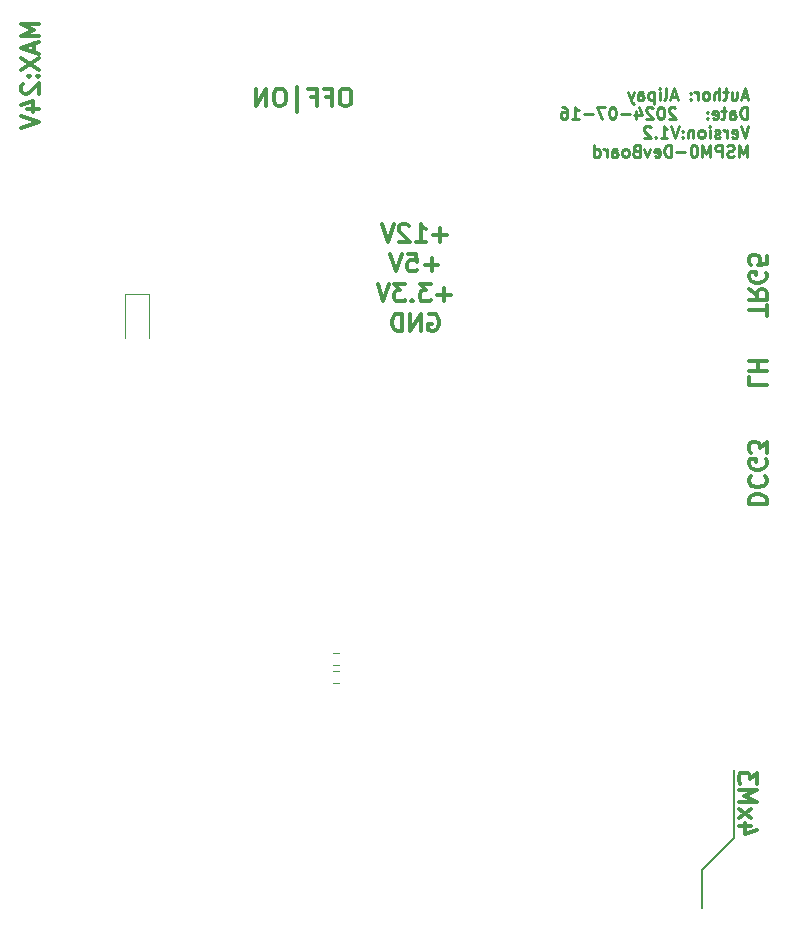
<source format=gbo>
%TF.GenerationSoftware,KiCad,Pcbnew,8.0.3*%
%TF.CreationDate,2024-07-16T23:41:29+08:00*%
%TF.ProjectId,mspm0,6d73706d-302e-46b6-9963-61645f706362,rev?*%
%TF.SameCoordinates,Original*%
%TF.FileFunction,Legend,Bot*%
%TF.FilePolarity,Positive*%
%FSLAX46Y46*%
G04 Gerber Fmt 4.6, Leading zero omitted, Abs format (unit mm)*
G04 Created by KiCad (PCBNEW 8.0.3) date 2024-07-16 23:41:29*
%MOMM*%
%LPD*%
G01*
G04 APERTURE LIST*
%ADD10C,0.150000*%
%ADD11C,0.300000*%
%ADD12C,0.250000*%
%ADD13C,0.120000*%
G04 APERTURE END LIST*
D10*
X177150000Y-103400000D02*
X179900000Y-100650000D01*
X177150000Y-106600000D02*
X177150000Y-103400000D01*
X179900000Y-100650000D02*
X179900000Y-94950000D01*
D11*
X181121671Y-72407142D02*
X182621671Y-72407142D01*
X182621671Y-72407142D02*
X182621671Y-72049999D01*
X182621671Y-72049999D02*
X182550242Y-71835713D01*
X182550242Y-71835713D02*
X182407385Y-71692856D01*
X182407385Y-71692856D02*
X182264528Y-71621427D01*
X182264528Y-71621427D02*
X181978814Y-71549999D01*
X181978814Y-71549999D02*
X181764528Y-71549999D01*
X181764528Y-71549999D02*
X181478814Y-71621427D01*
X181478814Y-71621427D02*
X181335957Y-71692856D01*
X181335957Y-71692856D02*
X181193100Y-71835713D01*
X181193100Y-71835713D02*
X181121671Y-72049999D01*
X181121671Y-72049999D02*
X181121671Y-72407142D01*
X181264528Y-70049999D02*
X181193100Y-70121427D01*
X181193100Y-70121427D02*
X181121671Y-70335713D01*
X181121671Y-70335713D02*
X181121671Y-70478570D01*
X181121671Y-70478570D02*
X181193100Y-70692856D01*
X181193100Y-70692856D02*
X181335957Y-70835713D01*
X181335957Y-70835713D02*
X181478814Y-70907142D01*
X181478814Y-70907142D02*
X181764528Y-70978570D01*
X181764528Y-70978570D02*
X181978814Y-70978570D01*
X181978814Y-70978570D02*
X182264528Y-70907142D01*
X182264528Y-70907142D02*
X182407385Y-70835713D01*
X182407385Y-70835713D02*
X182550242Y-70692856D01*
X182550242Y-70692856D02*
X182621671Y-70478570D01*
X182621671Y-70478570D02*
X182621671Y-70335713D01*
X182621671Y-70335713D02*
X182550242Y-70121427D01*
X182550242Y-70121427D02*
X182478814Y-70049999D01*
X182550242Y-68621427D02*
X182621671Y-68764285D01*
X182621671Y-68764285D02*
X182621671Y-68978570D01*
X182621671Y-68978570D02*
X182550242Y-69192856D01*
X182550242Y-69192856D02*
X182407385Y-69335713D01*
X182407385Y-69335713D02*
X182264528Y-69407142D01*
X182264528Y-69407142D02*
X181978814Y-69478570D01*
X181978814Y-69478570D02*
X181764528Y-69478570D01*
X181764528Y-69478570D02*
X181478814Y-69407142D01*
X181478814Y-69407142D02*
X181335957Y-69335713D01*
X181335957Y-69335713D02*
X181193100Y-69192856D01*
X181193100Y-69192856D02*
X181121671Y-68978570D01*
X181121671Y-68978570D02*
X181121671Y-68835713D01*
X181121671Y-68835713D02*
X181193100Y-68621427D01*
X181193100Y-68621427D02*
X181264528Y-68549999D01*
X181264528Y-68549999D02*
X181764528Y-68549999D01*
X181764528Y-68549999D02*
X181764528Y-68835713D01*
X182621671Y-68049999D02*
X182621671Y-67121427D01*
X182621671Y-67121427D02*
X182050242Y-67621427D01*
X182050242Y-67621427D02*
X182050242Y-67407142D01*
X182050242Y-67407142D02*
X181978814Y-67264285D01*
X181978814Y-67264285D02*
X181907385Y-67192856D01*
X181907385Y-67192856D02*
X181764528Y-67121427D01*
X181764528Y-67121427D02*
X181407385Y-67121427D01*
X181407385Y-67121427D02*
X181264528Y-67192856D01*
X181264528Y-67192856D02*
X181193100Y-67264285D01*
X181193100Y-67264285D02*
X181121671Y-67407142D01*
X181121671Y-67407142D02*
X181121671Y-67835713D01*
X181121671Y-67835713D02*
X181193100Y-67978570D01*
X181193100Y-67978570D02*
X181264528Y-68049999D01*
X154828571Y-52140233D02*
X153685714Y-52140233D01*
X154257142Y-52711661D02*
X154257142Y-51568804D01*
X152257142Y-51211661D02*
X152971428Y-51211661D01*
X152971428Y-51211661D02*
X153042856Y-51925947D01*
X153042856Y-51925947D02*
X152971428Y-51854518D01*
X152971428Y-51854518D02*
X152828571Y-51783090D01*
X152828571Y-51783090D02*
X152471428Y-51783090D01*
X152471428Y-51783090D02*
X152328571Y-51854518D01*
X152328571Y-51854518D02*
X152257142Y-51925947D01*
X152257142Y-51925947D02*
X152185713Y-52068804D01*
X152185713Y-52068804D02*
X152185713Y-52425947D01*
X152185713Y-52425947D02*
X152257142Y-52568804D01*
X152257142Y-52568804D02*
X152328571Y-52640233D01*
X152328571Y-52640233D02*
X152471428Y-52711661D01*
X152471428Y-52711661D02*
X152828571Y-52711661D01*
X152828571Y-52711661D02*
X152971428Y-52640233D01*
X152971428Y-52640233D02*
X153042856Y-52568804D01*
X151757142Y-51211661D02*
X151257142Y-52711661D01*
X151257142Y-52711661D02*
X150757142Y-51211661D01*
X154042856Y-56349756D02*
X154185714Y-56278327D01*
X154185714Y-56278327D02*
X154399999Y-56278327D01*
X154399999Y-56278327D02*
X154614285Y-56349756D01*
X154614285Y-56349756D02*
X154757142Y-56492613D01*
X154757142Y-56492613D02*
X154828571Y-56635470D01*
X154828571Y-56635470D02*
X154899999Y-56921184D01*
X154899999Y-56921184D02*
X154899999Y-57135470D01*
X154899999Y-57135470D02*
X154828571Y-57421184D01*
X154828571Y-57421184D02*
X154757142Y-57564041D01*
X154757142Y-57564041D02*
X154614285Y-57706899D01*
X154614285Y-57706899D02*
X154399999Y-57778327D01*
X154399999Y-57778327D02*
X154257142Y-57778327D01*
X154257142Y-57778327D02*
X154042856Y-57706899D01*
X154042856Y-57706899D02*
X153971428Y-57635470D01*
X153971428Y-57635470D02*
X153971428Y-57135470D01*
X153971428Y-57135470D02*
X154257142Y-57135470D01*
X153328571Y-57778327D02*
X153328571Y-56278327D01*
X153328571Y-56278327D02*
X152471428Y-57778327D01*
X152471428Y-57778327D02*
X152471428Y-56278327D01*
X151757142Y-57778327D02*
X151757142Y-56278327D01*
X151757142Y-56278327D02*
X151399999Y-56278327D01*
X151399999Y-56278327D02*
X151185713Y-56349756D01*
X151185713Y-56349756D02*
X151042856Y-56492613D01*
X151042856Y-56492613D02*
X150971427Y-56635470D01*
X150971427Y-56635470D02*
X150899999Y-56921184D01*
X150899999Y-56921184D02*
X150899999Y-57135470D01*
X150899999Y-57135470D02*
X150971427Y-57421184D01*
X150971427Y-57421184D02*
X151042856Y-57564041D01*
X151042856Y-57564041D02*
X151185713Y-57706899D01*
X151185713Y-57706899D02*
X151399999Y-57778327D01*
X151399999Y-57778327D02*
X151757142Y-57778327D01*
X155899999Y-54673566D02*
X154757142Y-54673566D01*
X155328570Y-55244994D02*
X155328570Y-54102137D01*
X154185713Y-53744994D02*
X153257141Y-53744994D01*
X153257141Y-53744994D02*
X153757141Y-54316423D01*
X153757141Y-54316423D02*
X153542856Y-54316423D01*
X153542856Y-54316423D02*
X153399999Y-54387851D01*
X153399999Y-54387851D02*
X153328570Y-54459280D01*
X153328570Y-54459280D02*
X153257141Y-54602137D01*
X153257141Y-54602137D02*
X153257141Y-54959280D01*
X153257141Y-54959280D02*
X153328570Y-55102137D01*
X153328570Y-55102137D02*
X153399999Y-55173566D01*
X153399999Y-55173566D02*
X153542856Y-55244994D01*
X153542856Y-55244994D02*
X153971427Y-55244994D01*
X153971427Y-55244994D02*
X154114284Y-55173566D01*
X154114284Y-55173566D02*
X154185713Y-55102137D01*
X152614285Y-55102137D02*
X152542856Y-55173566D01*
X152542856Y-55173566D02*
X152614285Y-55244994D01*
X152614285Y-55244994D02*
X152685713Y-55173566D01*
X152685713Y-55173566D02*
X152614285Y-55102137D01*
X152614285Y-55102137D02*
X152614285Y-55244994D01*
X152042856Y-53744994D02*
X151114284Y-53744994D01*
X151114284Y-53744994D02*
X151614284Y-54316423D01*
X151614284Y-54316423D02*
X151399999Y-54316423D01*
X151399999Y-54316423D02*
X151257142Y-54387851D01*
X151257142Y-54387851D02*
X151185713Y-54459280D01*
X151185713Y-54459280D02*
X151114284Y-54602137D01*
X151114284Y-54602137D02*
X151114284Y-54959280D01*
X151114284Y-54959280D02*
X151185713Y-55102137D01*
X151185713Y-55102137D02*
X151257142Y-55173566D01*
X151257142Y-55173566D02*
X151399999Y-55244994D01*
X151399999Y-55244994D02*
X151828570Y-55244994D01*
X151828570Y-55244994D02*
X151971427Y-55173566D01*
X151971427Y-55173566D02*
X152042856Y-55102137D01*
X150685713Y-53744994D02*
X150185713Y-55244994D01*
X150185713Y-55244994D02*
X149685713Y-53744994D01*
X181271671Y-99642857D02*
X180271671Y-99642857D01*
X181843100Y-99999999D02*
X180771671Y-100357142D01*
X180771671Y-100357142D02*
X180771671Y-99428571D01*
X180271671Y-99000000D02*
X181271671Y-98214286D01*
X181271671Y-99000000D02*
X180271671Y-98214286D01*
X180271671Y-97642857D02*
X181771671Y-97642857D01*
X181771671Y-97642857D02*
X180700242Y-97142857D01*
X180700242Y-97142857D02*
X181771671Y-96642857D01*
X181771671Y-96642857D02*
X180271671Y-96642857D01*
X181771671Y-96071428D02*
X181771671Y-95142856D01*
X181771671Y-95142856D02*
X181200242Y-95642856D01*
X181200242Y-95642856D02*
X181200242Y-95428571D01*
X181200242Y-95428571D02*
X181128814Y-95285714D01*
X181128814Y-95285714D02*
X181057385Y-95214285D01*
X181057385Y-95214285D02*
X180914528Y-95142856D01*
X180914528Y-95142856D02*
X180557385Y-95142856D01*
X180557385Y-95142856D02*
X180414528Y-95214285D01*
X180414528Y-95214285D02*
X180343100Y-95285714D01*
X180343100Y-95285714D02*
X180271671Y-95428571D01*
X180271671Y-95428571D02*
X180271671Y-95857142D01*
X180271671Y-95857142D02*
X180343100Y-95999999D01*
X180343100Y-95999999D02*
X180414528Y-96071428D01*
X147114285Y-37228328D02*
X146828571Y-37228328D01*
X146828571Y-37228328D02*
X146685714Y-37299757D01*
X146685714Y-37299757D02*
X146542857Y-37442614D01*
X146542857Y-37442614D02*
X146471428Y-37728328D01*
X146471428Y-37728328D02*
X146471428Y-38228328D01*
X146471428Y-38228328D02*
X146542857Y-38514042D01*
X146542857Y-38514042D02*
X146685714Y-38656900D01*
X146685714Y-38656900D02*
X146828571Y-38728328D01*
X146828571Y-38728328D02*
X147114285Y-38728328D01*
X147114285Y-38728328D02*
X147257143Y-38656900D01*
X147257143Y-38656900D02*
X147400000Y-38514042D01*
X147400000Y-38514042D02*
X147471428Y-38228328D01*
X147471428Y-38228328D02*
X147471428Y-37728328D01*
X147471428Y-37728328D02*
X147400000Y-37442614D01*
X147400000Y-37442614D02*
X147257143Y-37299757D01*
X147257143Y-37299757D02*
X147114285Y-37228328D01*
X145328571Y-37942614D02*
X145828571Y-37942614D01*
X145828571Y-38728328D02*
X145828571Y-37228328D01*
X145828571Y-37228328D02*
X145114285Y-37228328D01*
X144042857Y-37942614D02*
X144542857Y-37942614D01*
X144542857Y-38728328D02*
X144542857Y-37228328D01*
X144542857Y-37228328D02*
X143828571Y-37228328D01*
X142900000Y-39228328D02*
X142900000Y-37085471D01*
X141542857Y-37228328D02*
X141257143Y-37228328D01*
X141257143Y-37228328D02*
X141114286Y-37299757D01*
X141114286Y-37299757D02*
X140971429Y-37442614D01*
X140971429Y-37442614D02*
X140900000Y-37728328D01*
X140900000Y-37728328D02*
X140900000Y-38228328D01*
X140900000Y-38228328D02*
X140971429Y-38514042D01*
X140971429Y-38514042D02*
X141114286Y-38656900D01*
X141114286Y-38656900D02*
X141257143Y-38728328D01*
X141257143Y-38728328D02*
X141542857Y-38728328D01*
X141542857Y-38728328D02*
X141685715Y-38656900D01*
X141685715Y-38656900D02*
X141828572Y-38514042D01*
X141828572Y-38514042D02*
X141900000Y-38228328D01*
X141900000Y-38228328D02*
X141900000Y-37728328D01*
X141900000Y-37728328D02*
X141828572Y-37442614D01*
X141828572Y-37442614D02*
X141685715Y-37299757D01*
X141685715Y-37299757D02*
X141542857Y-37228328D01*
X140257143Y-38728328D02*
X140257143Y-37228328D01*
X140257143Y-37228328D02*
X139400000Y-38728328D01*
X139400000Y-38728328D02*
X139400000Y-37228328D01*
X155542856Y-49606900D02*
X154399999Y-49606900D01*
X154971427Y-50178328D02*
X154971427Y-49035471D01*
X152899998Y-50178328D02*
X153757141Y-50178328D01*
X153328570Y-50178328D02*
X153328570Y-48678328D01*
X153328570Y-48678328D02*
X153471427Y-48892614D01*
X153471427Y-48892614D02*
X153614284Y-49035471D01*
X153614284Y-49035471D02*
X153757141Y-49106900D01*
X152328570Y-48821185D02*
X152257142Y-48749757D01*
X152257142Y-48749757D02*
X152114285Y-48678328D01*
X152114285Y-48678328D02*
X151757142Y-48678328D01*
X151757142Y-48678328D02*
X151614285Y-48749757D01*
X151614285Y-48749757D02*
X151542856Y-48821185D01*
X151542856Y-48821185D02*
X151471427Y-48964042D01*
X151471427Y-48964042D02*
X151471427Y-49106900D01*
X151471427Y-49106900D02*
X151542856Y-49321185D01*
X151542856Y-49321185D02*
X152399999Y-50178328D01*
X152399999Y-50178328D02*
X151471427Y-50178328D01*
X151042856Y-48678328D02*
X150542856Y-50178328D01*
X150542856Y-50178328D02*
X150042856Y-48678328D01*
D12*
X180995050Y-37898988D02*
X180518860Y-37898988D01*
X181090288Y-38184703D02*
X180756955Y-37184703D01*
X180756955Y-37184703D02*
X180423622Y-38184703D01*
X179661717Y-37518036D02*
X179661717Y-38184703D01*
X180090288Y-37518036D02*
X180090288Y-38041845D01*
X180090288Y-38041845D02*
X180042669Y-38137084D01*
X180042669Y-38137084D02*
X179947431Y-38184703D01*
X179947431Y-38184703D02*
X179804574Y-38184703D01*
X179804574Y-38184703D02*
X179709336Y-38137084D01*
X179709336Y-38137084D02*
X179661717Y-38089464D01*
X179328383Y-37518036D02*
X178947431Y-37518036D01*
X179185526Y-37184703D02*
X179185526Y-38041845D01*
X179185526Y-38041845D02*
X179137907Y-38137084D01*
X179137907Y-38137084D02*
X179042669Y-38184703D01*
X179042669Y-38184703D02*
X178947431Y-38184703D01*
X178614097Y-38184703D02*
X178614097Y-37184703D01*
X178185526Y-38184703D02*
X178185526Y-37660893D01*
X178185526Y-37660893D02*
X178233145Y-37565655D01*
X178233145Y-37565655D02*
X178328383Y-37518036D01*
X178328383Y-37518036D02*
X178471240Y-37518036D01*
X178471240Y-37518036D02*
X178566478Y-37565655D01*
X178566478Y-37565655D02*
X178614097Y-37613274D01*
X177566478Y-38184703D02*
X177661716Y-38137084D01*
X177661716Y-38137084D02*
X177709335Y-38089464D01*
X177709335Y-38089464D02*
X177756954Y-37994226D01*
X177756954Y-37994226D02*
X177756954Y-37708512D01*
X177756954Y-37708512D02*
X177709335Y-37613274D01*
X177709335Y-37613274D02*
X177661716Y-37565655D01*
X177661716Y-37565655D02*
X177566478Y-37518036D01*
X177566478Y-37518036D02*
X177423621Y-37518036D01*
X177423621Y-37518036D02*
X177328383Y-37565655D01*
X177328383Y-37565655D02*
X177280764Y-37613274D01*
X177280764Y-37613274D02*
X177233145Y-37708512D01*
X177233145Y-37708512D02*
X177233145Y-37994226D01*
X177233145Y-37994226D02*
X177280764Y-38089464D01*
X177280764Y-38089464D02*
X177328383Y-38137084D01*
X177328383Y-38137084D02*
X177423621Y-38184703D01*
X177423621Y-38184703D02*
X177566478Y-38184703D01*
X176804573Y-38184703D02*
X176804573Y-37518036D01*
X176804573Y-37708512D02*
X176756954Y-37613274D01*
X176756954Y-37613274D02*
X176709335Y-37565655D01*
X176709335Y-37565655D02*
X176614097Y-37518036D01*
X176614097Y-37518036D02*
X176518859Y-37518036D01*
X176185525Y-38089464D02*
X176137906Y-38137084D01*
X176137906Y-38137084D02*
X176185525Y-38184703D01*
X176185525Y-38184703D02*
X176233144Y-38137084D01*
X176233144Y-38137084D02*
X176185525Y-38089464D01*
X176185525Y-38089464D02*
X176185525Y-38184703D01*
X176185525Y-37565655D02*
X176137906Y-37613274D01*
X176137906Y-37613274D02*
X176185525Y-37660893D01*
X176185525Y-37660893D02*
X176233144Y-37613274D01*
X176233144Y-37613274D02*
X176185525Y-37565655D01*
X176185525Y-37565655D02*
X176185525Y-37660893D01*
X174995049Y-37898988D02*
X174518859Y-37898988D01*
X175090287Y-38184703D02*
X174756954Y-37184703D01*
X174756954Y-37184703D02*
X174423621Y-38184703D01*
X173947430Y-38184703D02*
X174042668Y-38137084D01*
X174042668Y-38137084D02*
X174090287Y-38041845D01*
X174090287Y-38041845D02*
X174090287Y-37184703D01*
X173566477Y-38184703D02*
X173566477Y-37518036D01*
X173566477Y-37184703D02*
X173614096Y-37232322D01*
X173614096Y-37232322D02*
X173566477Y-37279941D01*
X173566477Y-37279941D02*
X173518858Y-37232322D01*
X173518858Y-37232322D02*
X173566477Y-37184703D01*
X173566477Y-37184703D02*
X173566477Y-37279941D01*
X173090287Y-37518036D02*
X173090287Y-38518036D01*
X173090287Y-37565655D02*
X172995049Y-37518036D01*
X172995049Y-37518036D02*
X172804573Y-37518036D01*
X172804573Y-37518036D02*
X172709335Y-37565655D01*
X172709335Y-37565655D02*
X172661716Y-37613274D01*
X172661716Y-37613274D02*
X172614097Y-37708512D01*
X172614097Y-37708512D02*
X172614097Y-37994226D01*
X172614097Y-37994226D02*
X172661716Y-38089464D01*
X172661716Y-38089464D02*
X172709335Y-38137084D01*
X172709335Y-38137084D02*
X172804573Y-38184703D01*
X172804573Y-38184703D02*
X172995049Y-38184703D01*
X172995049Y-38184703D02*
X173090287Y-38137084D01*
X171756954Y-38184703D02*
X171756954Y-37660893D01*
X171756954Y-37660893D02*
X171804573Y-37565655D01*
X171804573Y-37565655D02*
X171899811Y-37518036D01*
X171899811Y-37518036D02*
X172090287Y-37518036D01*
X172090287Y-37518036D02*
X172185525Y-37565655D01*
X171756954Y-38137084D02*
X171852192Y-38184703D01*
X171852192Y-38184703D02*
X172090287Y-38184703D01*
X172090287Y-38184703D02*
X172185525Y-38137084D01*
X172185525Y-38137084D02*
X172233144Y-38041845D01*
X172233144Y-38041845D02*
X172233144Y-37946607D01*
X172233144Y-37946607D02*
X172185525Y-37851369D01*
X172185525Y-37851369D02*
X172090287Y-37803750D01*
X172090287Y-37803750D02*
X171852192Y-37803750D01*
X171852192Y-37803750D02*
X171756954Y-37756131D01*
X171376001Y-37518036D02*
X171137906Y-38184703D01*
X170899811Y-37518036D02*
X171137906Y-38184703D01*
X171137906Y-38184703D02*
X171233144Y-38422798D01*
X171233144Y-38422798D02*
X171280763Y-38470417D01*
X171280763Y-38470417D02*
X171376001Y-38518036D01*
X180947431Y-39794647D02*
X180947431Y-38794647D01*
X180947431Y-38794647D02*
X180709336Y-38794647D01*
X180709336Y-38794647D02*
X180566479Y-38842266D01*
X180566479Y-38842266D02*
X180471241Y-38937504D01*
X180471241Y-38937504D02*
X180423622Y-39032742D01*
X180423622Y-39032742D02*
X180376003Y-39223218D01*
X180376003Y-39223218D02*
X180376003Y-39366075D01*
X180376003Y-39366075D02*
X180423622Y-39556551D01*
X180423622Y-39556551D02*
X180471241Y-39651789D01*
X180471241Y-39651789D02*
X180566479Y-39747028D01*
X180566479Y-39747028D02*
X180709336Y-39794647D01*
X180709336Y-39794647D02*
X180947431Y-39794647D01*
X179518860Y-39794647D02*
X179518860Y-39270837D01*
X179518860Y-39270837D02*
X179566479Y-39175599D01*
X179566479Y-39175599D02*
X179661717Y-39127980D01*
X179661717Y-39127980D02*
X179852193Y-39127980D01*
X179852193Y-39127980D02*
X179947431Y-39175599D01*
X179518860Y-39747028D02*
X179614098Y-39794647D01*
X179614098Y-39794647D02*
X179852193Y-39794647D01*
X179852193Y-39794647D02*
X179947431Y-39747028D01*
X179947431Y-39747028D02*
X179995050Y-39651789D01*
X179995050Y-39651789D02*
X179995050Y-39556551D01*
X179995050Y-39556551D02*
X179947431Y-39461313D01*
X179947431Y-39461313D02*
X179852193Y-39413694D01*
X179852193Y-39413694D02*
X179614098Y-39413694D01*
X179614098Y-39413694D02*
X179518860Y-39366075D01*
X179185526Y-39127980D02*
X178804574Y-39127980D01*
X179042669Y-38794647D02*
X179042669Y-39651789D01*
X179042669Y-39651789D02*
X178995050Y-39747028D01*
X178995050Y-39747028D02*
X178899812Y-39794647D01*
X178899812Y-39794647D02*
X178804574Y-39794647D01*
X178090288Y-39747028D02*
X178185526Y-39794647D01*
X178185526Y-39794647D02*
X178376002Y-39794647D01*
X178376002Y-39794647D02*
X178471240Y-39747028D01*
X178471240Y-39747028D02*
X178518859Y-39651789D01*
X178518859Y-39651789D02*
X178518859Y-39270837D01*
X178518859Y-39270837D02*
X178471240Y-39175599D01*
X178471240Y-39175599D02*
X178376002Y-39127980D01*
X178376002Y-39127980D02*
X178185526Y-39127980D01*
X178185526Y-39127980D02*
X178090288Y-39175599D01*
X178090288Y-39175599D02*
X178042669Y-39270837D01*
X178042669Y-39270837D02*
X178042669Y-39366075D01*
X178042669Y-39366075D02*
X178518859Y-39461313D01*
X177614097Y-39699408D02*
X177566478Y-39747028D01*
X177566478Y-39747028D02*
X177614097Y-39794647D01*
X177614097Y-39794647D02*
X177661716Y-39747028D01*
X177661716Y-39747028D02*
X177614097Y-39699408D01*
X177614097Y-39699408D02*
X177614097Y-39794647D01*
X177614097Y-39175599D02*
X177566478Y-39223218D01*
X177566478Y-39223218D02*
X177614097Y-39270837D01*
X177614097Y-39270837D02*
X177661716Y-39223218D01*
X177661716Y-39223218D02*
X177614097Y-39175599D01*
X177614097Y-39175599D02*
X177614097Y-39270837D01*
X174899811Y-38889885D02*
X174852192Y-38842266D01*
X174852192Y-38842266D02*
X174756954Y-38794647D01*
X174756954Y-38794647D02*
X174518859Y-38794647D01*
X174518859Y-38794647D02*
X174423621Y-38842266D01*
X174423621Y-38842266D02*
X174376002Y-38889885D01*
X174376002Y-38889885D02*
X174328383Y-38985123D01*
X174328383Y-38985123D02*
X174328383Y-39080361D01*
X174328383Y-39080361D02*
X174376002Y-39223218D01*
X174376002Y-39223218D02*
X174947430Y-39794647D01*
X174947430Y-39794647D02*
X174328383Y-39794647D01*
X173709335Y-38794647D02*
X173614097Y-38794647D01*
X173614097Y-38794647D02*
X173518859Y-38842266D01*
X173518859Y-38842266D02*
X173471240Y-38889885D01*
X173471240Y-38889885D02*
X173423621Y-38985123D01*
X173423621Y-38985123D02*
X173376002Y-39175599D01*
X173376002Y-39175599D02*
X173376002Y-39413694D01*
X173376002Y-39413694D02*
X173423621Y-39604170D01*
X173423621Y-39604170D02*
X173471240Y-39699408D01*
X173471240Y-39699408D02*
X173518859Y-39747028D01*
X173518859Y-39747028D02*
X173614097Y-39794647D01*
X173614097Y-39794647D02*
X173709335Y-39794647D01*
X173709335Y-39794647D02*
X173804573Y-39747028D01*
X173804573Y-39747028D02*
X173852192Y-39699408D01*
X173852192Y-39699408D02*
X173899811Y-39604170D01*
X173899811Y-39604170D02*
X173947430Y-39413694D01*
X173947430Y-39413694D02*
X173947430Y-39175599D01*
X173947430Y-39175599D02*
X173899811Y-38985123D01*
X173899811Y-38985123D02*
X173852192Y-38889885D01*
X173852192Y-38889885D02*
X173804573Y-38842266D01*
X173804573Y-38842266D02*
X173709335Y-38794647D01*
X172995049Y-38889885D02*
X172947430Y-38842266D01*
X172947430Y-38842266D02*
X172852192Y-38794647D01*
X172852192Y-38794647D02*
X172614097Y-38794647D01*
X172614097Y-38794647D02*
X172518859Y-38842266D01*
X172518859Y-38842266D02*
X172471240Y-38889885D01*
X172471240Y-38889885D02*
X172423621Y-38985123D01*
X172423621Y-38985123D02*
X172423621Y-39080361D01*
X172423621Y-39080361D02*
X172471240Y-39223218D01*
X172471240Y-39223218D02*
X173042668Y-39794647D01*
X173042668Y-39794647D02*
X172423621Y-39794647D01*
X171566478Y-39127980D02*
X171566478Y-39794647D01*
X171804573Y-38747028D02*
X172042668Y-39461313D01*
X172042668Y-39461313D02*
X171423621Y-39461313D01*
X171042668Y-39413694D02*
X170280764Y-39413694D01*
X169614097Y-38794647D02*
X169518859Y-38794647D01*
X169518859Y-38794647D02*
X169423621Y-38842266D01*
X169423621Y-38842266D02*
X169376002Y-38889885D01*
X169376002Y-38889885D02*
X169328383Y-38985123D01*
X169328383Y-38985123D02*
X169280764Y-39175599D01*
X169280764Y-39175599D02*
X169280764Y-39413694D01*
X169280764Y-39413694D02*
X169328383Y-39604170D01*
X169328383Y-39604170D02*
X169376002Y-39699408D01*
X169376002Y-39699408D02*
X169423621Y-39747028D01*
X169423621Y-39747028D02*
X169518859Y-39794647D01*
X169518859Y-39794647D02*
X169614097Y-39794647D01*
X169614097Y-39794647D02*
X169709335Y-39747028D01*
X169709335Y-39747028D02*
X169756954Y-39699408D01*
X169756954Y-39699408D02*
X169804573Y-39604170D01*
X169804573Y-39604170D02*
X169852192Y-39413694D01*
X169852192Y-39413694D02*
X169852192Y-39175599D01*
X169852192Y-39175599D02*
X169804573Y-38985123D01*
X169804573Y-38985123D02*
X169756954Y-38889885D01*
X169756954Y-38889885D02*
X169709335Y-38842266D01*
X169709335Y-38842266D02*
X169614097Y-38794647D01*
X168947430Y-38794647D02*
X168280764Y-38794647D01*
X168280764Y-38794647D02*
X168709335Y-39794647D01*
X167899811Y-39413694D02*
X167137907Y-39413694D01*
X166137907Y-39794647D02*
X166709335Y-39794647D01*
X166423621Y-39794647D02*
X166423621Y-38794647D01*
X166423621Y-38794647D02*
X166518859Y-38937504D01*
X166518859Y-38937504D02*
X166614097Y-39032742D01*
X166614097Y-39032742D02*
X166709335Y-39080361D01*
X165280764Y-38794647D02*
X165471240Y-38794647D01*
X165471240Y-38794647D02*
X165566478Y-38842266D01*
X165566478Y-38842266D02*
X165614097Y-38889885D01*
X165614097Y-38889885D02*
X165709335Y-39032742D01*
X165709335Y-39032742D02*
X165756954Y-39223218D01*
X165756954Y-39223218D02*
X165756954Y-39604170D01*
X165756954Y-39604170D02*
X165709335Y-39699408D01*
X165709335Y-39699408D02*
X165661716Y-39747028D01*
X165661716Y-39747028D02*
X165566478Y-39794647D01*
X165566478Y-39794647D02*
X165376002Y-39794647D01*
X165376002Y-39794647D02*
X165280764Y-39747028D01*
X165280764Y-39747028D02*
X165233145Y-39699408D01*
X165233145Y-39699408D02*
X165185526Y-39604170D01*
X165185526Y-39604170D02*
X165185526Y-39366075D01*
X165185526Y-39366075D02*
X165233145Y-39270837D01*
X165233145Y-39270837D02*
X165280764Y-39223218D01*
X165280764Y-39223218D02*
X165376002Y-39175599D01*
X165376002Y-39175599D02*
X165566478Y-39175599D01*
X165566478Y-39175599D02*
X165661716Y-39223218D01*
X165661716Y-39223218D02*
X165709335Y-39270837D01*
X165709335Y-39270837D02*
X165756954Y-39366075D01*
X181090288Y-40404591D02*
X180756955Y-41404591D01*
X180756955Y-41404591D02*
X180423622Y-40404591D01*
X179709336Y-41356972D02*
X179804574Y-41404591D01*
X179804574Y-41404591D02*
X179995050Y-41404591D01*
X179995050Y-41404591D02*
X180090288Y-41356972D01*
X180090288Y-41356972D02*
X180137907Y-41261733D01*
X180137907Y-41261733D02*
X180137907Y-40880781D01*
X180137907Y-40880781D02*
X180090288Y-40785543D01*
X180090288Y-40785543D02*
X179995050Y-40737924D01*
X179995050Y-40737924D02*
X179804574Y-40737924D01*
X179804574Y-40737924D02*
X179709336Y-40785543D01*
X179709336Y-40785543D02*
X179661717Y-40880781D01*
X179661717Y-40880781D02*
X179661717Y-40976019D01*
X179661717Y-40976019D02*
X180137907Y-41071257D01*
X179233145Y-41404591D02*
X179233145Y-40737924D01*
X179233145Y-40928400D02*
X179185526Y-40833162D01*
X179185526Y-40833162D02*
X179137907Y-40785543D01*
X179137907Y-40785543D02*
X179042669Y-40737924D01*
X179042669Y-40737924D02*
X178947431Y-40737924D01*
X178661716Y-41356972D02*
X178566478Y-41404591D01*
X178566478Y-41404591D02*
X178376002Y-41404591D01*
X178376002Y-41404591D02*
X178280764Y-41356972D01*
X178280764Y-41356972D02*
X178233145Y-41261733D01*
X178233145Y-41261733D02*
X178233145Y-41214114D01*
X178233145Y-41214114D02*
X178280764Y-41118876D01*
X178280764Y-41118876D02*
X178376002Y-41071257D01*
X178376002Y-41071257D02*
X178518859Y-41071257D01*
X178518859Y-41071257D02*
X178614097Y-41023638D01*
X178614097Y-41023638D02*
X178661716Y-40928400D01*
X178661716Y-40928400D02*
X178661716Y-40880781D01*
X178661716Y-40880781D02*
X178614097Y-40785543D01*
X178614097Y-40785543D02*
X178518859Y-40737924D01*
X178518859Y-40737924D02*
X178376002Y-40737924D01*
X178376002Y-40737924D02*
X178280764Y-40785543D01*
X177804573Y-41404591D02*
X177804573Y-40737924D01*
X177804573Y-40404591D02*
X177852192Y-40452210D01*
X177852192Y-40452210D02*
X177804573Y-40499829D01*
X177804573Y-40499829D02*
X177756954Y-40452210D01*
X177756954Y-40452210D02*
X177804573Y-40404591D01*
X177804573Y-40404591D02*
X177804573Y-40499829D01*
X177185526Y-41404591D02*
X177280764Y-41356972D01*
X177280764Y-41356972D02*
X177328383Y-41309352D01*
X177328383Y-41309352D02*
X177376002Y-41214114D01*
X177376002Y-41214114D02*
X177376002Y-40928400D01*
X177376002Y-40928400D02*
X177328383Y-40833162D01*
X177328383Y-40833162D02*
X177280764Y-40785543D01*
X177280764Y-40785543D02*
X177185526Y-40737924D01*
X177185526Y-40737924D02*
X177042669Y-40737924D01*
X177042669Y-40737924D02*
X176947431Y-40785543D01*
X176947431Y-40785543D02*
X176899812Y-40833162D01*
X176899812Y-40833162D02*
X176852193Y-40928400D01*
X176852193Y-40928400D02*
X176852193Y-41214114D01*
X176852193Y-41214114D02*
X176899812Y-41309352D01*
X176899812Y-41309352D02*
X176947431Y-41356972D01*
X176947431Y-41356972D02*
X177042669Y-41404591D01*
X177042669Y-41404591D02*
X177185526Y-41404591D01*
X176423621Y-40737924D02*
X176423621Y-41404591D01*
X176423621Y-40833162D02*
X176376002Y-40785543D01*
X176376002Y-40785543D02*
X176280764Y-40737924D01*
X176280764Y-40737924D02*
X176137907Y-40737924D01*
X176137907Y-40737924D02*
X176042669Y-40785543D01*
X176042669Y-40785543D02*
X175995050Y-40880781D01*
X175995050Y-40880781D02*
X175995050Y-41404591D01*
X175518859Y-41309352D02*
X175471240Y-41356972D01*
X175471240Y-41356972D02*
X175518859Y-41404591D01*
X175518859Y-41404591D02*
X175566478Y-41356972D01*
X175566478Y-41356972D02*
X175518859Y-41309352D01*
X175518859Y-41309352D02*
X175518859Y-41404591D01*
X175518859Y-40785543D02*
X175471240Y-40833162D01*
X175471240Y-40833162D02*
X175518859Y-40880781D01*
X175518859Y-40880781D02*
X175566478Y-40833162D01*
X175566478Y-40833162D02*
X175518859Y-40785543D01*
X175518859Y-40785543D02*
X175518859Y-40880781D01*
X175185526Y-40404591D02*
X174852193Y-41404591D01*
X174852193Y-41404591D02*
X174518860Y-40404591D01*
X173661717Y-41404591D02*
X174233145Y-41404591D01*
X173947431Y-41404591D02*
X173947431Y-40404591D01*
X173947431Y-40404591D02*
X174042669Y-40547448D01*
X174042669Y-40547448D02*
X174137907Y-40642686D01*
X174137907Y-40642686D02*
X174233145Y-40690305D01*
X173233145Y-41309352D02*
X173185526Y-41356972D01*
X173185526Y-41356972D02*
X173233145Y-41404591D01*
X173233145Y-41404591D02*
X173280764Y-41356972D01*
X173280764Y-41356972D02*
X173233145Y-41309352D01*
X173233145Y-41309352D02*
X173233145Y-41404591D01*
X172804574Y-40499829D02*
X172756955Y-40452210D01*
X172756955Y-40452210D02*
X172661717Y-40404591D01*
X172661717Y-40404591D02*
X172423622Y-40404591D01*
X172423622Y-40404591D02*
X172328384Y-40452210D01*
X172328384Y-40452210D02*
X172280765Y-40499829D01*
X172280765Y-40499829D02*
X172233146Y-40595067D01*
X172233146Y-40595067D02*
X172233146Y-40690305D01*
X172233146Y-40690305D02*
X172280765Y-40833162D01*
X172280765Y-40833162D02*
X172852193Y-41404591D01*
X172852193Y-41404591D02*
X172233146Y-41404591D01*
X180947431Y-43014535D02*
X180947431Y-42014535D01*
X180947431Y-42014535D02*
X180614098Y-42728820D01*
X180614098Y-42728820D02*
X180280765Y-42014535D01*
X180280765Y-42014535D02*
X180280765Y-43014535D01*
X179852193Y-42966916D02*
X179709336Y-43014535D01*
X179709336Y-43014535D02*
X179471241Y-43014535D01*
X179471241Y-43014535D02*
X179376003Y-42966916D01*
X179376003Y-42966916D02*
X179328384Y-42919296D01*
X179328384Y-42919296D02*
X179280765Y-42824058D01*
X179280765Y-42824058D02*
X179280765Y-42728820D01*
X179280765Y-42728820D02*
X179328384Y-42633582D01*
X179328384Y-42633582D02*
X179376003Y-42585963D01*
X179376003Y-42585963D02*
X179471241Y-42538344D01*
X179471241Y-42538344D02*
X179661717Y-42490725D01*
X179661717Y-42490725D02*
X179756955Y-42443106D01*
X179756955Y-42443106D02*
X179804574Y-42395487D01*
X179804574Y-42395487D02*
X179852193Y-42300249D01*
X179852193Y-42300249D02*
X179852193Y-42205011D01*
X179852193Y-42205011D02*
X179804574Y-42109773D01*
X179804574Y-42109773D02*
X179756955Y-42062154D01*
X179756955Y-42062154D02*
X179661717Y-42014535D01*
X179661717Y-42014535D02*
X179423622Y-42014535D01*
X179423622Y-42014535D02*
X179280765Y-42062154D01*
X178852193Y-43014535D02*
X178852193Y-42014535D01*
X178852193Y-42014535D02*
X178471241Y-42014535D01*
X178471241Y-42014535D02*
X178376003Y-42062154D01*
X178376003Y-42062154D02*
X178328384Y-42109773D01*
X178328384Y-42109773D02*
X178280765Y-42205011D01*
X178280765Y-42205011D02*
X178280765Y-42347868D01*
X178280765Y-42347868D02*
X178328384Y-42443106D01*
X178328384Y-42443106D02*
X178376003Y-42490725D01*
X178376003Y-42490725D02*
X178471241Y-42538344D01*
X178471241Y-42538344D02*
X178852193Y-42538344D01*
X177852193Y-43014535D02*
X177852193Y-42014535D01*
X177852193Y-42014535D02*
X177518860Y-42728820D01*
X177518860Y-42728820D02*
X177185527Y-42014535D01*
X177185527Y-42014535D02*
X177185527Y-43014535D01*
X176518860Y-42014535D02*
X176423622Y-42014535D01*
X176423622Y-42014535D02*
X176328384Y-42062154D01*
X176328384Y-42062154D02*
X176280765Y-42109773D01*
X176280765Y-42109773D02*
X176233146Y-42205011D01*
X176233146Y-42205011D02*
X176185527Y-42395487D01*
X176185527Y-42395487D02*
X176185527Y-42633582D01*
X176185527Y-42633582D02*
X176233146Y-42824058D01*
X176233146Y-42824058D02*
X176280765Y-42919296D01*
X176280765Y-42919296D02*
X176328384Y-42966916D01*
X176328384Y-42966916D02*
X176423622Y-43014535D01*
X176423622Y-43014535D02*
X176518860Y-43014535D01*
X176518860Y-43014535D02*
X176614098Y-42966916D01*
X176614098Y-42966916D02*
X176661717Y-42919296D01*
X176661717Y-42919296D02*
X176709336Y-42824058D01*
X176709336Y-42824058D02*
X176756955Y-42633582D01*
X176756955Y-42633582D02*
X176756955Y-42395487D01*
X176756955Y-42395487D02*
X176709336Y-42205011D01*
X176709336Y-42205011D02*
X176661717Y-42109773D01*
X176661717Y-42109773D02*
X176614098Y-42062154D01*
X176614098Y-42062154D02*
X176518860Y-42014535D01*
X175756955Y-42633582D02*
X174995051Y-42633582D01*
X174518860Y-43014535D02*
X174518860Y-42014535D01*
X174518860Y-42014535D02*
X174280765Y-42014535D01*
X174280765Y-42014535D02*
X174137908Y-42062154D01*
X174137908Y-42062154D02*
X174042670Y-42157392D01*
X174042670Y-42157392D02*
X173995051Y-42252630D01*
X173995051Y-42252630D02*
X173947432Y-42443106D01*
X173947432Y-42443106D02*
X173947432Y-42585963D01*
X173947432Y-42585963D02*
X173995051Y-42776439D01*
X173995051Y-42776439D02*
X174042670Y-42871677D01*
X174042670Y-42871677D02*
X174137908Y-42966916D01*
X174137908Y-42966916D02*
X174280765Y-43014535D01*
X174280765Y-43014535D02*
X174518860Y-43014535D01*
X173137908Y-42966916D02*
X173233146Y-43014535D01*
X173233146Y-43014535D02*
X173423622Y-43014535D01*
X173423622Y-43014535D02*
X173518860Y-42966916D01*
X173518860Y-42966916D02*
X173566479Y-42871677D01*
X173566479Y-42871677D02*
X173566479Y-42490725D01*
X173566479Y-42490725D02*
X173518860Y-42395487D01*
X173518860Y-42395487D02*
X173423622Y-42347868D01*
X173423622Y-42347868D02*
X173233146Y-42347868D01*
X173233146Y-42347868D02*
X173137908Y-42395487D01*
X173137908Y-42395487D02*
X173090289Y-42490725D01*
X173090289Y-42490725D02*
X173090289Y-42585963D01*
X173090289Y-42585963D02*
X173566479Y-42681201D01*
X172756955Y-42347868D02*
X172518860Y-43014535D01*
X172518860Y-43014535D02*
X172280765Y-42347868D01*
X171566479Y-42490725D02*
X171423622Y-42538344D01*
X171423622Y-42538344D02*
X171376003Y-42585963D01*
X171376003Y-42585963D02*
X171328384Y-42681201D01*
X171328384Y-42681201D02*
X171328384Y-42824058D01*
X171328384Y-42824058D02*
X171376003Y-42919296D01*
X171376003Y-42919296D02*
X171423622Y-42966916D01*
X171423622Y-42966916D02*
X171518860Y-43014535D01*
X171518860Y-43014535D02*
X171899812Y-43014535D01*
X171899812Y-43014535D02*
X171899812Y-42014535D01*
X171899812Y-42014535D02*
X171566479Y-42014535D01*
X171566479Y-42014535D02*
X171471241Y-42062154D01*
X171471241Y-42062154D02*
X171423622Y-42109773D01*
X171423622Y-42109773D02*
X171376003Y-42205011D01*
X171376003Y-42205011D02*
X171376003Y-42300249D01*
X171376003Y-42300249D02*
X171423622Y-42395487D01*
X171423622Y-42395487D02*
X171471241Y-42443106D01*
X171471241Y-42443106D02*
X171566479Y-42490725D01*
X171566479Y-42490725D02*
X171899812Y-42490725D01*
X170756955Y-43014535D02*
X170852193Y-42966916D01*
X170852193Y-42966916D02*
X170899812Y-42919296D01*
X170899812Y-42919296D02*
X170947431Y-42824058D01*
X170947431Y-42824058D02*
X170947431Y-42538344D01*
X170947431Y-42538344D02*
X170899812Y-42443106D01*
X170899812Y-42443106D02*
X170852193Y-42395487D01*
X170852193Y-42395487D02*
X170756955Y-42347868D01*
X170756955Y-42347868D02*
X170614098Y-42347868D01*
X170614098Y-42347868D02*
X170518860Y-42395487D01*
X170518860Y-42395487D02*
X170471241Y-42443106D01*
X170471241Y-42443106D02*
X170423622Y-42538344D01*
X170423622Y-42538344D02*
X170423622Y-42824058D01*
X170423622Y-42824058D02*
X170471241Y-42919296D01*
X170471241Y-42919296D02*
X170518860Y-42966916D01*
X170518860Y-42966916D02*
X170614098Y-43014535D01*
X170614098Y-43014535D02*
X170756955Y-43014535D01*
X169566479Y-43014535D02*
X169566479Y-42490725D01*
X169566479Y-42490725D02*
X169614098Y-42395487D01*
X169614098Y-42395487D02*
X169709336Y-42347868D01*
X169709336Y-42347868D02*
X169899812Y-42347868D01*
X169899812Y-42347868D02*
X169995050Y-42395487D01*
X169566479Y-42966916D02*
X169661717Y-43014535D01*
X169661717Y-43014535D02*
X169899812Y-43014535D01*
X169899812Y-43014535D02*
X169995050Y-42966916D01*
X169995050Y-42966916D02*
X170042669Y-42871677D01*
X170042669Y-42871677D02*
X170042669Y-42776439D01*
X170042669Y-42776439D02*
X169995050Y-42681201D01*
X169995050Y-42681201D02*
X169899812Y-42633582D01*
X169899812Y-42633582D02*
X169661717Y-42633582D01*
X169661717Y-42633582D02*
X169566479Y-42585963D01*
X169090288Y-43014535D02*
X169090288Y-42347868D01*
X169090288Y-42538344D02*
X169042669Y-42443106D01*
X169042669Y-42443106D02*
X168995050Y-42395487D01*
X168995050Y-42395487D02*
X168899812Y-42347868D01*
X168899812Y-42347868D02*
X168804574Y-42347868D01*
X168042669Y-43014535D02*
X168042669Y-42014535D01*
X168042669Y-42966916D02*
X168137907Y-43014535D01*
X168137907Y-43014535D02*
X168328383Y-43014535D01*
X168328383Y-43014535D02*
X168423621Y-42966916D01*
X168423621Y-42966916D02*
X168471240Y-42919296D01*
X168471240Y-42919296D02*
X168518859Y-42824058D01*
X168518859Y-42824058D02*
X168518859Y-42538344D01*
X168518859Y-42538344D02*
X168471240Y-42443106D01*
X168471240Y-42443106D02*
X168423621Y-42395487D01*
X168423621Y-42395487D02*
X168328383Y-42347868D01*
X168328383Y-42347868D02*
X168137907Y-42347868D01*
X168137907Y-42347868D02*
X168042669Y-42395487D01*
D11*
X181121671Y-61621428D02*
X181121671Y-62335714D01*
X181121671Y-62335714D02*
X182621671Y-62335714D01*
X181121671Y-61121428D02*
X182621671Y-61121428D01*
X181907385Y-61121428D02*
X181907385Y-60264285D01*
X181121671Y-60264285D02*
X182621671Y-60264285D01*
X121028328Y-31764286D02*
X119528328Y-31764286D01*
X119528328Y-31764286D02*
X120599757Y-32264286D01*
X120599757Y-32264286D02*
X119528328Y-32764286D01*
X119528328Y-32764286D02*
X121028328Y-32764286D01*
X120599757Y-33407144D02*
X120599757Y-34121430D01*
X121028328Y-33264287D02*
X119528328Y-33764287D01*
X119528328Y-33764287D02*
X121028328Y-34264287D01*
X119528328Y-34621429D02*
X121028328Y-35621429D01*
X119528328Y-35621429D02*
X121028328Y-34621429D01*
X120885471Y-36192857D02*
X120956900Y-36264286D01*
X120956900Y-36264286D02*
X121028328Y-36192857D01*
X121028328Y-36192857D02*
X120956900Y-36121429D01*
X120956900Y-36121429D02*
X120885471Y-36192857D01*
X120885471Y-36192857D02*
X121028328Y-36192857D01*
X120099757Y-36192857D02*
X120171185Y-36264286D01*
X120171185Y-36264286D02*
X120242614Y-36192857D01*
X120242614Y-36192857D02*
X120171185Y-36121429D01*
X120171185Y-36121429D02*
X120099757Y-36192857D01*
X120099757Y-36192857D02*
X120242614Y-36192857D01*
X119671185Y-36835715D02*
X119599757Y-36907143D01*
X119599757Y-36907143D02*
X119528328Y-37050001D01*
X119528328Y-37050001D02*
X119528328Y-37407143D01*
X119528328Y-37407143D02*
X119599757Y-37550001D01*
X119599757Y-37550001D02*
X119671185Y-37621429D01*
X119671185Y-37621429D02*
X119814042Y-37692858D01*
X119814042Y-37692858D02*
X119956900Y-37692858D01*
X119956900Y-37692858D02*
X120171185Y-37621429D01*
X120171185Y-37621429D02*
X121028328Y-36764286D01*
X121028328Y-36764286D02*
X121028328Y-37692858D01*
X120028328Y-38978572D02*
X121028328Y-38978572D01*
X119456900Y-38621429D02*
X120528328Y-38264286D01*
X120528328Y-38264286D02*
X120528328Y-39192857D01*
X119528328Y-39550000D02*
X121028328Y-40050000D01*
X121028328Y-40050000D02*
X119528328Y-40550000D01*
X182621671Y-56442856D02*
X182621671Y-55585714D01*
X181121671Y-56014285D02*
X182621671Y-56014285D01*
X181121671Y-54228571D02*
X181835957Y-54728571D01*
X181121671Y-55085714D02*
X182621671Y-55085714D01*
X182621671Y-55085714D02*
X182621671Y-54514285D01*
X182621671Y-54514285D02*
X182550242Y-54371428D01*
X182550242Y-54371428D02*
X182478814Y-54299999D01*
X182478814Y-54299999D02*
X182335957Y-54228571D01*
X182335957Y-54228571D02*
X182121671Y-54228571D01*
X182121671Y-54228571D02*
X181978814Y-54299999D01*
X181978814Y-54299999D02*
X181907385Y-54371428D01*
X181907385Y-54371428D02*
X181835957Y-54514285D01*
X181835957Y-54514285D02*
X181835957Y-55085714D01*
X182550242Y-52799999D02*
X182621671Y-52942857D01*
X182621671Y-52942857D02*
X182621671Y-53157142D01*
X182621671Y-53157142D02*
X182550242Y-53371428D01*
X182550242Y-53371428D02*
X182407385Y-53514285D01*
X182407385Y-53514285D02*
X182264528Y-53585714D01*
X182264528Y-53585714D02*
X181978814Y-53657142D01*
X181978814Y-53657142D02*
X181764528Y-53657142D01*
X181764528Y-53657142D02*
X181478814Y-53585714D01*
X181478814Y-53585714D02*
X181335957Y-53514285D01*
X181335957Y-53514285D02*
X181193100Y-53371428D01*
X181193100Y-53371428D02*
X181121671Y-53157142D01*
X181121671Y-53157142D02*
X181121671Y-53014285D01*
X181121671Y-53014285D02*
X181193100Y-52799999D01*
X181193100Y-52799999D02*
X181264528Y-52728571D01*
X181264528Y-52728571D02*
X181764528Y-52728571D01*
X181764528Y-52728571D02*
X181764528Y-53014285D01*
X182621671Y-51371428D02*
X182621671Y-52085714D01*
X182621671Y-52085714D02*
X181907385Y-52157142D01*
X181907385Y-52157142D02*
X181978814Y-52085714D01*
X181978814Y-52085714D02*
X182050242Y-51942857D01*
X182050242Y-51942857D02*
X182050242Y-51585714D01*
X182050242Y-51585714D02*
X181978814Y-51442857D01*
X181978814Y-51442857D02*
X181907385Y-51371428D01*
X181907385Y-51371428D02*
X181764528Y-51299999D01*
X181764528Y-51299999D02*
X181407385Y-51299999D01*
X181407385Y-51299999D02*
X181264528Y-51371428D01*
X181264528Y-51371428D02*
X181193100Y-51442857D01*
X181193100Y-51442857D02*
X181121671Y-51585714D01*
X181121671Y-51585714D02*
X181121671Y-51942857D01*
X181121671Y-51942857D02*
X181193100Y-52085714D01*
X181193100Y-52085714D02*
X181264528Y-52157142D01*
D13*
%TO.C,D14*%
X128340000Y-58350000D02*
X128340000Y-54590000D01*
X130360000Y-54590000D02*
X128340000Y-54590000D01*
X130360000Y-58350000D02*
X130360000Y-54590000D01*
%TO.C,R48*%
X146387258Y-86527500D02*
X145912742Y-86527500D01*
X146387258Y-87572500D02*
X145912742Y-87572500D01*
%TO.C,R47*%
X146387258Y-85027500D02*
X145912742Y-85027500D01*
X146387258Y-86072500D02*
X145912742Y-86072500D01*
%TD*%
M02*

</source>
